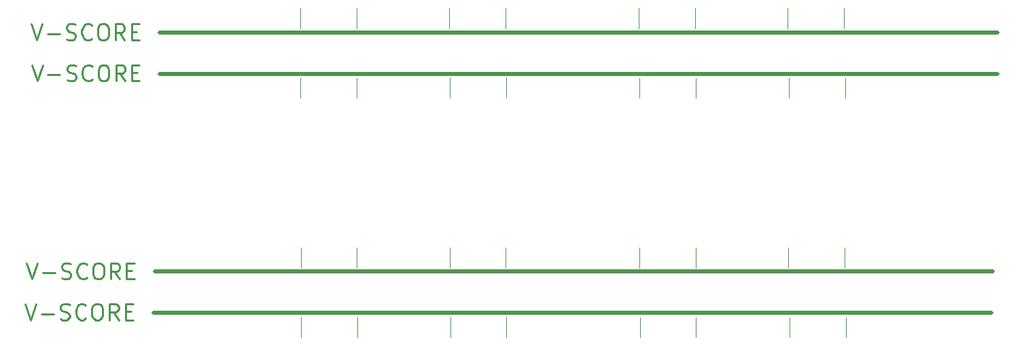
<source format=gbr>
%TF.GenerationSoftware,KiCad,Pcbnew,8.0.2*%
%TF.CreationDate,2024-05-23T14:38:36-05:00*%
%TF.ProjectId,EZ-VIK_panelized_panelized_panelized_panelized,455a2d56-494b-45f7-9061-6e656c697a65,rev?*%
%TF.SameCoordinates,Original*%
%TF.FileFunction,Other,Comment*%
%FSLAX46Y46*%
G04 Gerber Fmt 4.6, Leading zero omitted, Abs format (unit mm)*
G04 Created by KiCad (PCBNEW 8.0.2) date 2024-05-23 14:38:36*
%MOMM*%
%LPD*%
G01*
G04 APERTURE LIST*
%ADD10C,0.500000*%
%ADD11C,0.250000*%
%ADD12C,0.120000*%
G04 APERTURE END LIST*
D10*
X131010000Y-91930000D02*
X235380000Y-91930000D01*
D11*
X115036003Y-90842238D02*
X115702669Y-92842238D01*
X115702669Y-92842238D02*
X116369336Y-90842238D01*
X117036003Y-92080333D02*
X118559813Y-92080333D01*
X119416955Y-92747000D02*
X119702669Y-92842238D01*
X119702669Y-92842238D02*
X120178860Y-92842238D01*
X120178860Y-92842238D02*
X120369336Y-92747000D01*
X120369336Y-92747000D02*
X120464574Y-92651761D01*
X120464574Y-92651761D02*
X120559812Y-92461285D01*
X120559812Y-92461285D02*
X120559812Y-92270809D01*
X120559812Y-92270809D02*
X120464574Y-92080333D01*
X120464574Y-92080333D02*
X120369336Y-91985095D01*
X120369336Y-91985095D02*
X120178860Y-91889857D01*
X120178860Y-91889857D02*
X119797907Y-91794619D01*
X119797907Y-91794619D02*
X119607431Y-91699380D01*
X119607431Y-91699380D02*
X119512193Y-91604142D01*
X119512193Y-91604142D02*
X119416955Y-91413666D01*
X119416955Y-91413666D02*
X119416955Y-91223190D01*
X119416955Y-91223190D02*
X119512193Y-91032714D01*
X119512193Y-91032714D02*
X119607431Y-90937476D01*
X119607431Y-90937476D02*
X119797907Y-90842238D01*
X119797907Y-90842238D02*
X120274098Y-90842238D01*
X120274098Y-90842238D02*
X120559812Y-90937476D01*
X122559812Y-92651761D02*
X122464574Y-92747000D01*
X122464574Y-92747000D02*
X122178860Y-92842238D01*
X122178860Y-92842238D02*
X121988384Y-92842238D01*
X121988384Y-92842238D02*
X121702669Y-92747000D01*
X121702669Y-92747000D02*
X121512193Y-92556523D01*
X121512193Y-92556523D02*
X121416955Y-92366047D01*
X121416955Y-92366047D02*
X121321717Y-91985095D01*
X121321717Y-91985095D02*
X121321717Y-91699380D01*
X121321717Y-91699380D02*
X121416955Y-91318428D01*
X121416955Y-91318428D02*
X121512193Y-91127952D01*
X121512193Y-91127952D02*
X121702669Y-90937476D01*
X121702669Y-90937476D02*
X121988384Y-90842238D01*
X121988384Y-90842238D02*
X122178860Y-90842238D01*
X122178860Y-90842238D02*
X122464574Y-90937476D01*
X122464574Y-90937476D02*
X122559812Y-91032714D01*
X123797907Y-90842238D02*
X124178860Y-90842238D01*
X124178860Y-90842238D02*
X124369336Y-90937476D01*
X124369336Y-90937476D02*
X124559812Y-91127952D01*
X124559812Y-91127952D02*
X124655050Y-91508904D01*
X124655050Y-91508904D02*
X124655050Y-92175571D01*
X124655050Y-92175571D02*
X124559812Y-92556523D01*
X124559812Y-92556523D02*
X124369336Y-92747000D01*
X124369336Y-92747000D02*
X124178860Y-92842238D01*
X124178860Y-92842238D02*
X123797907Y-92842238D01*
X123797907Y-92842238D02*
X123607431Y-92747000D01*
X123607431Y-92747000D02*
X123416955Y-92556523D01*
X123416955Y-92556523D02*
X123321717Y-92175571D01*
X123321717Y-92175571D02*
X123321717Y-91508904D01*
X123321717Y-91508904D02*
X123416955Y-91127952D01*
X123416955Y-91127952D02*
X123607431Y-90937476D01*
X123607431Y-90937476D02*
X123797907Y-90842238D01*
X126655050Y-92842238D02*
X125988383Y-91889857D01*
X125512193Y-92842238D02*
X125512193Y-90842238D01*
X125512193Y-90842238D02*
X126274098Y-90842238D01*
X126274098Y-90842238D02*
X126464574Y-90937476D01*
X126464574Y-90937476D02*
X126559812Y-91032714D01*
X126559812Y-91032714D02*
X126655050Y-91223190D01*
X126655050Y-91223190D02*
X126655050Y-91508904D01*
X126655050Y-91508904D02*
X126559812Y-91699380D01*
X126559812Y-91699380D02*
X126464574Y-91794619D01*
X126464574Y-91794619D02*
X126274098Y-91889857D01*
X126274098Y-91889857D02*
X125512193Y-91889857D01*
X127512193Y-91794619D02*
X128178860Y-91794619D01*
X128464574Y-92842238D02*
X127512193Y-92842238D01*
X127512193Y-92842238D02*
X127512193Y-90842238D01*
X127512193Y-90842238D02*
X128464574Y-90842238D01*
D10*
X131160000Y-86820000D02*
X235530000Y-86820000D01*
D11*
X115186003Y-85732238D02*
X115852669Y-87732238D01*
X115852669Y-87732238D02*
X116519336Y-85732238D01*
X117186003Y-86970333D02*
X118709813Y-86970333D01*
X119566955Y-87637000D02*
X119852669Y-87732238D01*
X119852669Y-87732238D02*
X120328860Y-87732238D01*
X120328860Y-87732238D02*
X120519336Y-87637000D01*
X120519336Y-87637000D02*
X120614574Y-87541761D01*
X120614574Y-87541761D02*
X120709812Y-87351285D01*
X120709812Y-87351285D02*
X120709812Y-87160809D01*
X120709812Y-87160809D02*
X120614574Y-86970333D01*
X120614574Y-86970333D02*
X120519336Y-86875095D01*
X120519336Y-86875095D02*
X120328860Y-86779857D01*
X120328860Y-86779857D02*
X119947907Y-86684619D01*
X119947907Y-86684619D02*
X119757431Y-86589380D01*
X119757431Y-86589380D02*
X119662193Y-86494142D01*
X119662193Y-86494142D02*
X119566955Y-86303666D01*
X119566955Y-86303666D02*
X119566955Y-86113190D01*
X119566955Y-86113190D02*
X119662193Y-85922714D01*
X119662193Y-85922714D02*
X119757431Y-85827476D01*
X119757431Y-85827476D02*
X119947907Y-85732238D01*
X119947907Y-85732238D02*
X120424098Y-85732238D01*
X120424098Y-85732238D02*
X120709812Y-85827476D01*
X122709812Y-87541761D02*
X122614574Y-87637000D01*
X122614574Y-87637000D02*
X122328860Y-87732238D01*
X122328860Y-87732238D02*
X122138384Y-87732238D01*
X122138384Y-87732238D02*
X121852669Y-87637000D01*
X121852669Y-87637000D02*
X121662193Y-87446523D01*
X121662193Y-87446523D02*
X121566955Y-87256047D01*
X121566955Y-87256047D02*
X121471717Y-86875095D01*
X121471717Y-86875095D02*
X121471717Y-86589380D01*
X121471717Y-86589380D02*
X121566955Y-86208428D01*
X121566955Y-86208428D02*
X121662193Y-86017952D01*
X121662193Y-86017952D02*
X121852669Y-85827476D01*
X121852669Y-85827476D02*
X122138384Y-85732238D01*
X122138384Y-85732238D02*
X122328860Y-85732238D01*
X122328860Y-85732238D02*
X122614574Y-85827476D01*
X122614574Y-85827476D02*
X122709812Y-85922714D01*
X123947907Y-85732238D02*
X124328860Y-85732238D01*
X124328860Y-85732238D02*
X124519336Y-85827476D01*
X124519336Y-85827476D02*
X124709812Y-86017952D01*
X124709812Y-86017952D02*
X124805050Y-86398904D01*
X124805050Y-86398904D02*
X124805050Y-87065571D01*
X124805050Y-87065571D02*
X124709812Y-87446523D01*
X124709812Y-87446523D02*
X124519336Y-87637000D01*
X124519336Y-87637000D02*
X124328860Y-87732238D01*
X124328860Y-87732238D02*
X123947907Y-87732238D01*
X123947907Y-87732238D02*
X123757431Y-87637000D01*
X123757431Y-87637000D02*
X123566955Y-87446523D01*
X123566955Y-87446523D02*
X123471717Y-87065571D01*
X123471717Y-87065571D02*
X123471717Y-86398904D01*
X123471717Y-86398904D02*
X123566955Y-86017952D01*
X123566955Y-86017952D02*
X123757431Y-85827476D01*
X123757431Y-85827476D02*
X123947907Y-85732238D01*
X126805050Y-87732238D02*
X126138383Y-86779857D01*
X125662193Y-87732238D02*
X125662193Y-85732238D01*
X125662193Y-85732238D02*
X126424098Y-85732238D01*
X126424098Y-85732238D02*
X126614574Y-85827476D01*
X126614574Y-85827476D02*
X126709812Y-85922714D01*
X126709812Y-85922714D02*
X126805050Y-86113190D01*
X126805050Y-86113190D02*
X126805050Y-86398904D01*
X126805050Y-86398904D02*
X126709812Y-86589380D01*
X126709812Y-86589380D02*
X126614574Y-86684619D01*
X126614574Y-86684619D02*
X126424098Y-86779857D01*
X126424098Y-86779857D02*
X125662193Y-86779857D01*
X127662193Y-86684619D02*
X128328860Y-86684619D01*
X128614574Y-87732238D02*
X127662193Y-87732238D01*
X127662193Y-87732238D02*
X127662193Y-85732238D01*
X127662193Y-85732238D02*
X128614574Y-85732238D01*
D10*
X131810000Y-62120000D02*
X236180000Y-62120000D01*
D11*
X115836003Y-61032238D02*
X116502669Y-63032238D01*
X116502669Y-63032238D02*
X117169336Y-61032238D01*
X117836003Y-62270333D02*
X119359813Y-62270333D01*
X120216955Y-62937000D02*
X120502669Y-63032238D01*
X120502669Y-63032238D02*
X120978860Y-63032238D01*
X120978860Y-63032238D02*
X121169336Y-62937000D01*
X121169336Y-62937000D02*
X121264574Y-62841761D01*
X121264574Y-62841761D02*
X121359812Y-62651285D01*
X121359812Y-62651285D02*
X121359812Y-62460809D01*
X121359812Y-62460809D02*
X121264574Y-62270333D01*
X121264574Y-62270333D02*
X121169336Y-62175095D01*
X121169336Y-62175095D02*
X120978860Y-62079857D01*
X120978860Y-62079857D02*
X120597907Y-61984619D01*
X120597907Y-61984619D02*
X120407431Y-61889380D01*
X120407431Y-61889380D02*
X120312193Y-61794142D01*
X120312193Y-61794142D02*
X120216955Y-61603666D01*
X120216955Y-61603666D02*
X120216955Y-61413190D01*
X120216955Y-61413190D02*
X120312193Y-61222714D01*
X120312193Y-61222714D02*
X120407431Y-61127476D01*
X120407431Y-61127476D02*
X120597907Y-61032238D01*
X120597907Y-61032238D02*
X121074098Y-61032238D01*
X121074098Y-61032238D02*
X121359812Y-61127476D01*
X123359812Y-62841761D02*
X123264574Y-62937000D01*
X123264574Y-62937000D02*
X122978860Y-63032238D01*
X122978860Y-63032238D02*
X122788384Y-63032238D01*
X122788384Y-63032238D02*
X122502669Y-62937000D01*
X122502669Y-62937000D02*
X122312193Y-62746523D01*
X122312193Y-62746523D02*
X122216955Y-62556047D01*
X122216955Y-62556047D02*
X122121717Y-62175095D01*
X122121717Y-62175095D02*
X122121717Y-61889380D01*
X122121717Y-61889380D02*
X122216955Y-61508428D01*
X122216955Y-61508428D02*
X122312193Y-61317952D01*
X122312193Y-61317952D02*
X122502669Y-61127476D01*
X122502669Y-61127476D02*
X122788384Y-61032238D01*
X122788384Y-61032238D02*
X122978860Y-61032238D01*
X122978860Y-61032238D02*
X123264574Y-61127476D01*
X123264574Y-61127476D02*
X123359812Y-61222714D01*
X124597907Y-61032238D02*
X124978860Y-61032238D01*
X124978860Y-61032238D02*
X125169336Y-61127476D01*
X125169336Y-61127476D02*
X125359812Y-61317952D01*
X125359812Y-61317952D02*
X125455050Y-61698904D01*
X125455050Y-61698904D02*
X125455050Y-62365571D01*
X125455050Y-62365571D02*
X125359812Y-62746523D01*
X125359812Y-62746523D02*
X125169336Y-62937000D01*
X125169336Y-62937000D02*
X124978860Y-63032238D01*
X124978860Y-63032238D02*
X124597907Y-63032238D01*
X124597907Y-63032238D02*
X124407431Y-62937000D01*
X124407431Y-62937000D02*
X124216955Y-62746523D01*
X124216955Y-62746523D02*
X124121717Y-62365571D01*
X124121717Y-62365571D02*
X124121717Y-61698904D01*
X124121717Y-61698904D02*
X124216955Y-61317952D01*
X124216955Y-61317952D02*
X124407431Y-61127476D01*
X124407431Y-61127476D02*
X124597907Y-61032238D01*
X127455050Y-63032238D02*
X126788383Y-62079857D01*
X126312193Y-63032238D02*
X126312193Y-61032238D01*
X126312193Y-61032238D02*
X127074098Y-61032238D01*
X127074098Y-61032238D02*
X127264574Y-61127476D01*
X127264574Y-61127476D02*
X127359812Y-61222714D01*
X127359812Y-61222714D02*
X127455050Y-61413190D01*
X127455050Y-61413190D02*
X127455050Y-61698904D01*
X127455050Y-61698904D02*
X127359812Y-61889380D01*
X127359812Y-61889380D02*
X127264574Y-61984619D01*
X127264574Y-61984619D02*
X127074098Y-62079857D01*
X127074098Y-62079857D02*
X126312193Y-62079857D01*
X128312193Y-61984619D02*
X128978860Y-61984619D01*
X129264574Y-63032238D02*
X128312193Y-63032238D01*
X128312193Y-63032238D02*
X128312193Y-61032238D01*
X128312193Y-61032238D02*
X129264574Y-61032238D01*
D10*
X131760000Y-56990000D02*
X236130000Y-56990000D01*
D11*
X115786003Y-55902238D02*
X116452669Y-57902238D01*
X116452669Y-57902238D02*
X117119336Y-55902238D01*
X117786003Y-57140333D02*
X119309813Y-57140333D01*
X120166955Y-57807000D02*
X120452669Y-57902238D01*
X120452669Y-57902238D02*
X120928860Y-57902238D01*
X120928860Y-57902238D02*
X121119336Y-57807000D01*
X121119336Y-57807000D02*
X121214574Y-57711761D01*
X121214574Y-57711761D02*
X121309812Y-57521285D01*
X121309812Y-57521285D02*
X121309812Y-57330809D01*
X121309812Y-57330809D02*
X121214574Y-57140333D01*
X121214574Y-57140333D02*
X121119336Y-57045095D01*
X121119336Y-57045095D02*
X120928860Y-56949857D01*
X120928860Y-56949857D02*
X120547907Y-56854619D01*
X120547907Y-56854619D02*
X120357431Y-56759380D01*
X120357431Y-56759380D02*
X120262193Y-56664142D01*
X120262193Y-56664142D02*
X120166955Y-56473666D01*
X120166955Y-56473666D02*
X120166955Y-56283190D01*
X120166955Y-56283190D02*
X120262193Y-56092714D01*
X120262193Y-56092714D02*
X120357431Y-55997476D01*
X120357431Y-55997476D02*
X120547907Y-55902238D01*
X120547907Y-55902238D02*
X121024098Y-55902238D01*
X121024098Y-55902238D02*
X121309812Y-55997476D01*
X123309812Y-57711761D02*
X123214574Y-57807000D01*
X123214574Y-57807000D02*
X122928860Y-57902238D01*
X122928860Y-57902238D02*
X122738384Y-57902238D01*
X122738384Y-57902238D02*
X122452669Y-57807000D01*
X122452669Y-57807000D02*
X122262193Y-57616523D01*
X122262193Y-57616523D02*
X122166955Y-57426047D01*
X122166955Y-57426047D02*
X122071717Y-57045095D01*
X122071717Y-57045095D02*
X122071717Y-56759380D01*
X122071717Y-56759380D02*
X122166955Y-56378428D01*
X122166955Y-56378428D02*
X122262193Y-56187952D01*
X122262193Y-56187952D02*
X122452669Y-55997476D01*
X122452669Y-55997476D02*
X122738384Y-55902238D01*
X122738384Y-55902238D02*
X122928860Y-55902238D01*
X122928860Y-55902238D02*
X123214574Y-55997476D01*
X123214574Y-55997476D02*
X123309812Y-56092714D01*
X124547907Y-55902238D02*
X124928860Y-55902238D01*
X124928860Y-55902238D02*
X125119336Y-55997476D01*
X125119336Y-55997476D02*
X125309812Y-56187952D01*
X125309812Y-56187952D02*
X125405050Y-56568904D01*
X125405050Y-56568904D02*
X125405050Y-57235571D01*
X125405050Y-57235571D02*
X125309812Y-57616523D01*
X125309812Y-57616523D02*
X125119336Y-57807000D01*
X125119336Y-57807000D02*
X124928860Y-57902238D01*
X124928860Y-57902238D02*
X124547907Y-57902238D01*
X124547907Y-57902238D02*
X124357431Y-57807000D01*
X124357431Y-57807000D02*
X124166955Y-57616523D01*
X124166955Y-57616523D02*
X124071717Y-57235571D01*
X124071717Y-57235571D02*
X124071717Y-56568904D01*
X124071717Y-56568904D02*
X124166955Y-56187952D01*
X124166955Y-56187952D02*
X124357431Y-55997476D01*
X124357431Y-55997476D02*
X124547907Y-55902238D01*
X127405050Y-57902238D02*
X126738383Y-56949857D01*
X126262193Y-57902238D02*
X126262193Y-55902238D01*
X126262193Y-55902238D02*
X127024098Y-55902238D01*
X127024098Y-55902238D02*
X127214574Y-55997476D01*
X127214574Y-55997476D02*
X127309812Y-56092714D01*
X127309812Y-56092714D02*
X127405050Y-56283190D01*
X127405050Y-56283190D02*
X127405050Y-56568904D01*
X127405050Y-56568904D02*
X127309812Y-56759380D01*
X127309812Y-56759380D02*
X127214574Y-56854619D01*
X127214574Y-56854619D02*
X127024098Y-56949857D01*
X127024098Y-56949857D02*
X126262193Y-56949857D01*
X128262193Y-56854619D02*
X128928860Y-56854619D01*
X129214574Y-57902238D02*
X128262193Y-57902238D01*
X128262193Y-57902238D02*
X128262193Y-55902238D01*
X128262193Y-55902238D02*
X129214574Y-55902238D01*
D12*
%TO.C,J4*%
X210165100Y-65133002D02*
X210165100Y-62633002D01*
X217165100Y-65133002D02*
X217165100Y-62633002D01*
X191485800Y-53965600D02*
X191485800Y-56465600D01*
X198485800Y-53965600D02*
X198485800Y-56465600D01*
X210027800Y-53965600D02*
X210027800Y-56465600D01*
X217027800Y-53965600D02*
X217027800Y-56465600D01*
X167907500Y-65109700D02*
X167907500Y-62609700D01*
X174907500Y-65109700D02*
X174907500Y-62609700D01*
X191528822Y-65131378D02*
X191528822Y-62631378D01*
X198528822Y-65131378D02*
X198528822Y-62631378D01*
X167825478Y-53952411D02*
X167825478Y-56452411D01*
X174825478Y-53952411D02*
X174825478Y-56452411D01*
X149283478Y-53952411D02*
X149283478Y-56452411D01*
X156283478Y-53952411D02*
X156283478Y-56452411D01*
X149326500Y-65118189D02*
X149326500Y-62618189D01*
X156326500Y-65118189D02*
X156326500Y-62618189D01*
X210243600Y-95007102D02*
X210243600Y-92507102D01*
X217243600Y-95007102D02*
X217243600Y-92507102D01*
X210106300Y-83839700D02*
X210106300Y-86339700D01*
X217106300Y-83839700D02*
X217106300Y-86339700D01*
X191564300Y-83839700D02*
X191564300Y-86339700D01*
X198564300Y-83839700D02*
X198564300Y-86339700D01*
X198607322Y-95005478D02*
X198607322Y-92505478D01*
X191607322Y-95005478D02*
X191607322Y-92505478D01*
X174986000Y-94983800D02*
X174986000Y-92483800D01*
X167986000Y-94983800D02*
X167986000Y-92483800D01*
X174903978Y-83826511D02*
X174903978Y-86326511D01*
X167903978Y-83826511D02*
X167903978Y-86326511D01*
X156361978Y-83826511D02*
X156361978Y-86326511D01*
X149361978Y-83826511D02*
X149361978Y-86326511D01*
X149405000Y-94992289D02*
X149405000Y-92492289D01*
X156405000Y-94992289D02*
X156405000Y-92492289D01*
%TD*%
M02*

</source>
